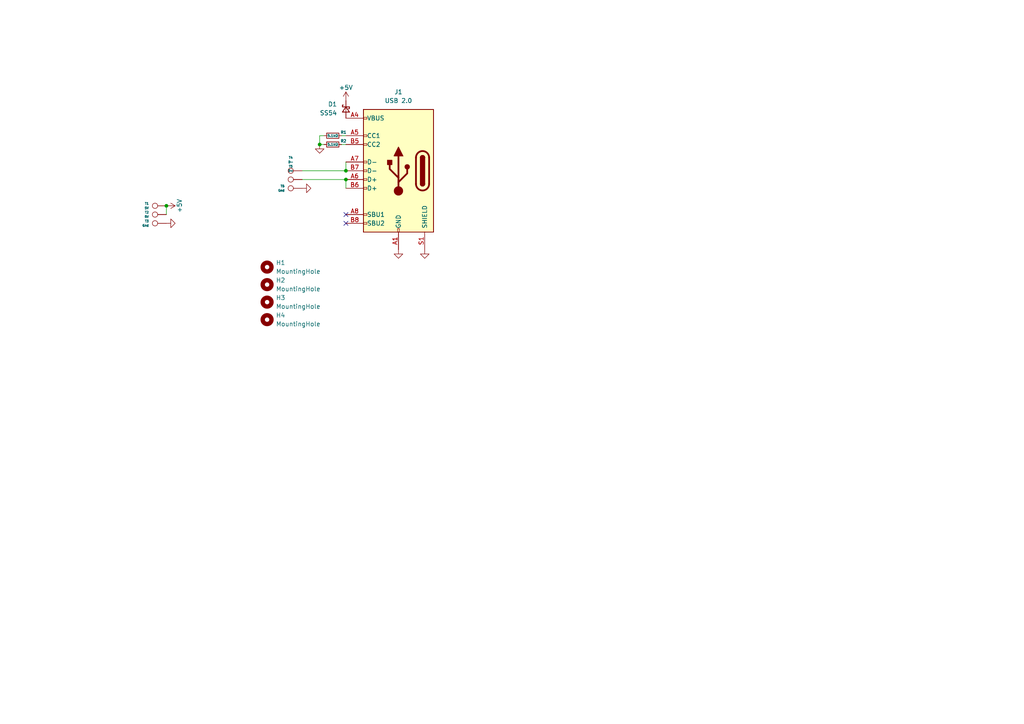
<source format=kicad_sch>
(kicad_sch (version 20230121) (generator eeschema)
  (paper "A4")
  (lib_symbols
    (symbol "Connector:TestPoint" (pin_numbers hide) (pin_names (offset 0.762) hide)
      (property "Reference" "TP" (at 0 6.858 0))
      (property "Value" "TestPoint" (at 0 5.08 0))
      (symbol "TestPoint_0_1"
        (circle (center 0 3.302) (radius 0.762))
      )
      (symbol "TestPoint_1_1"
        (pin passive line (at 0 0 90) (length 2.54) (name "1") (number "1"))
      )
    )
    (symbol "Connector:USB_C_Receptacle_USB2.0" (pin_names (offset 1.016))
      (property "Reference" "J" (at -10.16 19.05 0))
      (property "Value" "USB_C_Receptacle_USB2.0" (at 19.05 19.05 0))
      (symbol "USB_C_Receptacle_USB2.0_0_0"
        (rectangle (start -0.254 -17.78) (end 0.254 -16.764))
        (rectangle (start 10.16 -14.986) (end 9.144 -15.494))
        (rectangle (start 10.16 -12.446) (end 9.144 -12.954))
        (rectangle (start 10.16 -4.826) (end 9.144 -5.334))
        (rectangle (start 10.16 -2.286) (end 9.144 -2.794))
        (rectangle (start 10.16 0.254) (end 9.144 -0.254))
        (rectangle (start 10.16 2.794) (end 9.144 2.286))
        (rectangle (start 10.16 7.874) (end 9.144 7.366))
        (rectangle (start 10.16 10.414) (end 9.144 9.906))
        (rectangle (start 10.16 15.494) (end 9.144 14.986))
      )
      (symbol "USB_C_Receptacle_USB2.0_0_1"
        (rectangle (start -10.16 17.78) (end 10.16 -17.78) (stroke (width 0.254)) (fill (type background)))
        (arc (start -8.89 -3.81) (mid -6.985 -5.7067) (end -5.08 -3.81) (stroke (width 0.508)))
        (arc (start -7.62 -3.81) (mid -6.985 -4.4423) (end -6.35 -3.81) (stroke (width 0.254)))
        (arc (start -7.62 -3.81) (mid -6.985 -4.4423) (end -6.35 -3.81) (stroke (width 0.254)) (fill (type outline)))
        (rectangle (start -7.62 -3.81) (end -6.35 3.81) (stroke (width 0.254)) (fill (type outline)))
        (arc (start -6.35 3.81) (mid -6.985 4.4423) (end -7.62 3.81) (stroke (width 0.254)))
        (arc (start -6.35 3.81) (mid -6.985 4.4423) (end -7.62 3.81) (stroke (width 0.254)) (fill (type outline)))
        (arc (start -5.08 3.81) (mid -6.985 5.7067) (end -8.89 3.81) (stroke (width 0.508)))
        (circle (center -2.54 1.143) (radius 0.635) (stroke (width 0.254)) (fill (type outline)))
        (circle (center 0 -5.842) (radius 1.27) (fill (type outline)))
        (polyline (pts (xy -8.89 -3.81) (xy -8.89 3.81)) (stroke (width 0.508)))
        (polyline (pts (xy -5.08 3.81) (xy -5.08 -3.81)) (stroke (width 0.508)))
        (polyline (pts (xy 0 -5.842) (xy 0 4.318)) (stroke (width 0.508)))
        (polyline (pts (xy 0 -3.302) (xy -2.54 -0.762) (xy -2.54 0.508)) (stroke (width 0.508)))
        (polyline (pts (xy 0 -2.032) (xy 2.54 0.508) (xy 2.54 1.778)) (stroke (width 0.508)))
        (polyline (pts (xy -1.27 4.318) (xy 0 6.858) (xy 1.27 4.318) (xy -1.27 4.318)) (stroke (width 0.254)) (fill (type outline)))
        (rectangle (start 1.905 1.778) (end 3.175 3.048) (stroke (width 0.254)) (fill (type outline)))
      )
      (symbol "USB_C_Receptacle_USB2.0_1_1"
        (pin passive line (at 0 -22.86 90) (length 5.08) (name "GND") (number "A1"))
        (pin passive line (at 0 -22.86 90) (length 5.08) hide (name "GND") (number "A12"))
        (pin passive line (at 15.24 15.24 180) (length 5.08) (name "VBUS") (number "A4"))
        (pin bidirectional line (at 15.24 10.16 180) (length 5.08) (name "CC1") (number "A5"))
        (pin bidirectional line (at 15.24 -2.54 180) (length 5.08) (name "D+") (number "A6"))
        (pin bidirectional line (at 15.24 2.54 180) (length 5.08) (name "D-") (number "A7"))
        (pin bidirectional line (at 15.24 -12.7 180) (length 5.08) (name "SBU1") (number "A8"))
        (pin passive line (at 15.24 15.24 180) (length 5.08) hide (name "VBUS") (number "A9"))
        (pin passive line (at 0 -22.86 90) (length 5.08) hide (name "GND") (number "B1"))
        (pin passive line (at 0 -22.86 90) (length 5.08) hide (name "GND") (number "B12"))
        (pin passive line (at 15.24 15.24 180) (length 5.08) hide (name "VBUS") (number "B4"))
        (pin bidirectional line (at 15.24 7.62 180) (length 5.08) (name "CC2") (number "B5"))
        (pin bidirectional line (at 15.24 -5.08 180) (length 5.08) (name "D+") (number "B6"))
        (pin bidirectional line (at 15.24 0 180) (length 5.08) (name "D-") (number "B7"))
        (pin bidirectional line (at 15.24 -15.24 180) (length 5.08) (name "SBU2") (number "B8"))
        (pin passive line (at 15.24 15.24 180) (length 5.08) hide (name "VBUS") (number "B9"))
        (pin passive line (at -7.62 -22.86 90) (length 5.08) (name "SHIELD") (number "S1"))
      )
    )
    (symbol "Device:D_Schottky_Small" (pin_numbers hide) (pin_names (offset 0.254) hide)
      (property "Reference" "D" (at -1.27 2.032 0))
      (property "Value" "D_Schottky_Small" (at -7.112 -2.032 0))
      (symbol "D_Schottky_Small_0_1"
        (polyline (pts (xy -0.762 0) (xy 0.762 0)))
        (polyline (pts (xy 0.762 -1.016) (xy -0.762 0) (xy 0.762 1.016) (xy 0.762 -1.016)) (stroke (width 0.254)))
        (polyline (pts (xy -1.27 0.762) (xy -1.27 1.016) (xy -0.762 1.016) (xy -0.762 -1.016) (xy -0.254 -1.016) (xy -0.254 -0.762)) (stroke (width 0.254)))
      )
      (symbol "D_Schottky_Small_1_1"
        (pin passive line (at -2.54 0 0) (length 1.778) (name "K") (number "1"))
        (pin passive line (at 2.54 0 180) (length 1.778) (name "A") (number "2"))
      )
    )
    (symbol "Device:R_Small" (pin_numbers hide) (pin_names (offset 0.254) hide)
      (property "Reference" "R" (at 0.762 0.508 0))
      (property "Value" "R_Small" (at 0.762 -1.016 0))
      (symbol "R_Small_0_1"
        (rectangle (start -0.762 1.778) (end 0.762 -1.778) (stroke (width 0.2032)))
      )
      (symbol "R_Small_1_1"
        (pin passive line (at 0 2.54 270) (length 0.762) (name "~") (number "1"))
        (pin passive line (at 0 -2.54 90) (length 0.762) (name "~") (number "2"))
      )
    )
    (symbol "Mechanical:MountingHole" (pin_names (offset 1.016))
      (property "Reference" "H" (at 0 5.08 0))
      (property "Value" "MountingHole" (at 0 3.175 0))
      (symbol "MountingHole_0_1"
        (circle (center 0 0) (radius 1.27) (stroke (width 1.27)))
      )
    )
    (symbol "power:+5V" (power) (pin_names (offset 0))
      (property "Value" "+5V" (at 0 3.556 0))
      (symbol "+5V_0_1"
        (polyline (pts (xy -0.762 1.27) (xy 0 2.54)))
        (polyline (pts (xy 0 0) (xy 0 2.54)))
        (polyline (pts (xy 0 2.54) (xy 0.762 1.27)))
      )
      (symbol "+5V_1_1"
        (pin power_in line (at 0 0 90) (length 0) hide (name "+5V") (number "1"))
      )
    )
    (symbol "power:GND" (power) (pin_names (offset 0))
      (property "Value" "GND" (at 0 -3.81 0))
      (symbol "GND_0_1"
        (polyline (pts (xy 0 0) (xy 0 -1.27) (xy 1.27 -1.27) (xy 0 -2.54) (xy -1.27 -1.27) (xy 0 -1.27)))
      )
      (symbol "GND_1_1"
        (pin power_in line (at 0 0 270) (length 0) hide (name "GND") (number "1"))
      )
    )
  )
  (junction (at 100.33 49.53))
  (junction (at 100.33 52.07))
  (junction (at 48.26 59.69))
  (junction (at 92.71 41.91))
  (no_connect (at 100.33 62.23))
  (no_connect (at 100.33 64.77))
  (wire (pts (xy 87.63 49.53) (xy 100.33 49.53)))
  (wire (pts (xy 92.71 41.91) (xy 93.98 41.91)))
  (wire (pts (xy 48.26 59.69) (xy 48.26 62.23)))
  (wire (pts (xy 100.33 46.99) (xy 100.33 49.53)))
  (wire (pts (xy 92.71 39.37) (xy 92.71 41.91)))
  (wire (pts (xy 92.71 39.37) (xy 93.98 39.37)))
  (wire (pts (xy 100.33 52.07) (xy 100.33 54.61)))
  (wire (pts (xy 87.63 52.07) (xy 100.33 52.07)))
  (wire (pts (xy 100.33 39.37) (xy 99.06 39.37)))
  (wire (pts (xy 100.33 41.91) (xy 99.06 41.91)))
  (symbol (lib_id "Mechanical:MountingHole") (at 77.47 82.55 0) (unit 1)
    (property "Reference" "H2" (at 80.01 81.28 0) (effects (justify left)))
    (property "Value" "MountingHole" (at 80.01 83.82 0) (effects (justify left)))
    (property "Footprint" "MountingHole:MountingHole_2.7mm_M2.5" (effects hide))
  )
  (symbol (lib_id "Connector:TestPoint") (at 87.63 49.53 90) (mirror x) (unit 1)
    (property "Reference" "T4" (at 84.328 45.72 90) (effects (font (size 0.635 0.635))))
    (property "Value" "D-" (at 84.328 46.99 90) (effects (font (size 0.635 0.635))))
    (property "Footprint" "corevus:LGA_Land_2mm" (effects hide))
  )
  (symbol (lib_id "power:GND") (at 123.19 72.39 0) (mirror y) (unit 1)
    (property "Reference" "#PWR04" (effects hide))
    (property "Value" "GND" (effects hide))
  )
  (symbol (lib_id "Device:R_Small") (at 96.52 41.91 90) (unit 1)
    (property "Reference" "R2" (at 98.79 40.91 90) (effects (font (size 0.8 0.8)) (justify right)))
    (property "Value" "5.1kΩ" (at 96.52 41.91 90) (effects (font (size 0.7 0.7))))
    (property "Footprint" "AlphaLib:0402R" (effects hide))
  )
  (symbol (lib_id "power:GND") (at 92.71 41.91 0) (mirror y) (unit 1)
    (property "Reference" "#PWR01" (effects hide))
    (property "Value" "GND" (effects hide))
  )
  (symbol (lib_id "Mechanical:MountingHole") (at 77.47 87.63 0) (unit 1)
    (property "Reference" "H3" (at 80.01 86.36 0) (effects (justify left)))
    (property "Value" "MountingHole" (at 80.01 88.9 0) (effects (justify left)))
    (property "Footprint" "MountingHole:MountingHole_2.7mm_M2.5" (effects hide))
  )
  (symbol (lib_id "Device:D_Schottky_Small") (at 100.33 31.75 90) (mirror x) (unit 1)
    (property "Reference" "D1" (at 97.79 30.226 90) (effects (justify left)))
    (property "Value" "SS54" (at 97.79 32.766 90) (effects (justify left)))
    (property "Footprint" "Diode_SMD:D_SMA" (effects hide))
  )
  (symbol (lib_id "power:+5V") (at 100.33 29.21 0) (mirror y) (unit 1)
    (property "Reference" "#PWR02" (effects hide))
    (property "Value" "+5V" (at 100.33 25.4 0))
  )
  (symbol (lib_id "power:GND") (at 115.57 72.39 0) (mirror y) (unit 1)
    (property "Reference" "#PWR03" (effects hide))
    (property "Value" "GND" (effects hide))
  )
  (symbol (lib_id "Mechanical:MountingHole") (at 77.47 77.47 0) (unit 1)
    (property "Reference" "H1" (at 80.01 76.2 0) (effects (justify left)))
    (property "Value" "MountingHole" (at 80.01 78.74 0) (effects (justify left)))
    (property "Footprint" "MountingHole:MountingHole_2.7mm_M2.5" (effects hide))
  )
  (symbol (lib_id "Mechanical:MountingHole") (at 77.47 92.71 0) (unit 1)
    (property "Reference" "H4" (at 80.01 91.44 0) (effects (justify left)))
    (property "Value" "MountingHole" (at 80.01 93.98 0) (effects (justify left)))
    (property "Footprint" "MountingHole:MountingHole_2.7mm_M2.5" (effects hide))
  )
  (symbol (lib_id "power:+5V") (at 48.26 59.69 270) (mirror x) (unit 1)
    (property "Reference" "#PWR06" (effects hide))
    (property "Value" "+5V" (at 52.07 59.69 0))
  )
  (symbol (lib_id "Device:R_Small") (at 96.52 39.37 90) (unit 1)
    (property "Reference" "R1" (at 98.79 38.37 90) (effects (font (size 0.8 0.8)) (justify right)))
    (property "Value" "5.1kΩ" (at 96.52 39.37 90) (effects (font (size 0.7 0.7))))
    (property "Footprint" "AlphaLib:0402R" (effects hide))
  )
  (symbol (lib_id "Connector:USB_C_Receptacle_USB2.0") (at 115.57 49.53 0) (mirror y) (unit 1)
    (property "Reference" "J1" (at 115.57 26.67 0))
    (property "Value" "USB 2.0" (at 115.57 29.21 0))
    (property "Footprint" "corevus:USB_Type-C_16p" (effects hide))
    (property "Datasheet" "https://www.usb.org/sites/default/files/documents/usb_type-c.zip" (effects hide))
  )
  (symbol (lib_id "Connector:TestPoint") (at 48.26 64.77 90) (mirror x) (unit 1)
    (property "Reference" "T3" (at 43.18 64.135 90) (effects (font (size 0.635 0.635)) (justify left)))
    (property "Value" "Gnd" (at 43.18 65.405 90) (effects (font (size 0.635 0.635)) (justify left)))
    (property "Footprint" "corevus:LGA_Land_2mm" (effects hide))
  )
  (symbol (lib_id "Connector:TestPoint") (at 87.63 52.07 90) (mirror x) (unit 1)
    (property "Reference" "T5" (at 84.328 48.26 90) (effects (font (size 0.635 0.635))))
    (property "Value" "D+" (at 84.328 49.53 90) (effects (font (size 0.635 0.635))))
    (property "Footprint" "corevus:LGA_Land_2mm" (effects hide))
  )
  (symbol (lib_id "power:GND") (at 48.26 64.77 90) (mirror x) (unit 1)
    (property "Reference" "#PWR07" (effects hide))
    (property "Value" "GND" (effects hide))
  )
  (symbol (lib_id "Connector:TestPoint") (at 48.26 59.69 90) (mirror x) (unit 1)
    (property "Reference" "T1" (at 43.18 59.055 90) (effects (font (size 0.635 0.635)) (justify left)))
    (property "Value" "5V" (at 43.18 60.325 90) (effects (font (size 0.635 0.635)) (justify left)))
    (property "Footprint" "corevus:LGA_Land_2mm" (effects hide))
  )
  (symbol (lib_id "Connector:TestPoint") (at 48.26 62.23 90) (mirror x) (unit 1)
    (property "Reference" "T2" (at 43.18 61.595 90) (effects (font (size 0.635 0.635)) (justify left)))
    (property "Value" "5V" (at 43.18 62.865 90) (effects (font (size 0.635 0.635)) (justify left)))
    (property "Footprint" "corevus:LGA_Land_2mm" (effects hide))
  )
  (symbol (lib_id "power:GND") (at 87.63 54.61 90) (mirror x) (unit 1)
    (property "Reference" "#PWR05" (effects hide))
    (property "Value" "GND" (effects hide))
  )
  (symbol (lib_id "Connector:TestPoint") (at 87.63 54.61 90) (mirror x) (unit 1)
    (property "Reference" "T6" (at 82.55 53.975 90) (effects (font (size 0.635 0.635)) (justify left)))
    (property "Value" "Gnd" (at 82.55 55.245 90) (effects (font (size 0.635 0.635)) (justify left)))
    (property "Footprint" "corevus:LGA_Land_2mm" (effects hide))
  )
)
</source>
